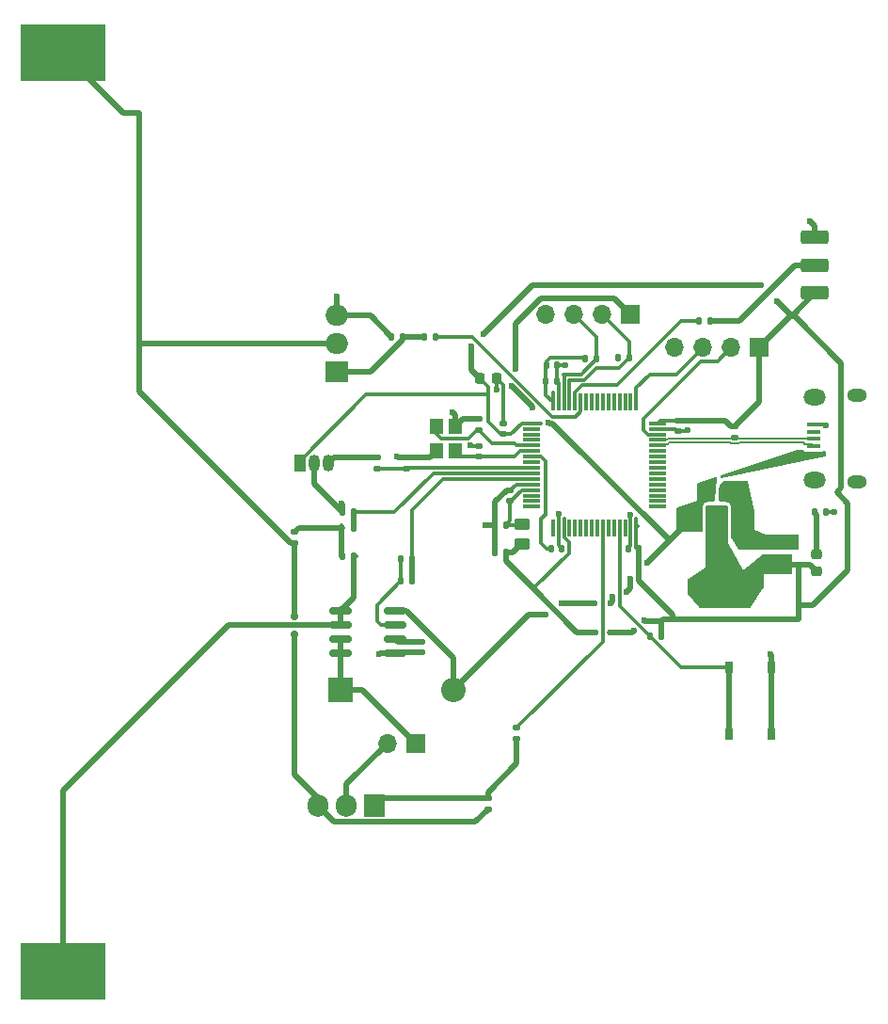
<source format=gbr>
%TF.GenerationSoftware,KiCad,Pcbnew,8.0.8*%
%TF.CreationDate,2025-03-16T20:58:14+11:00*%
%TF.ProjectId,STM32BMS,53544d33-3242-44d5-932e-6b696361645f,rev?*%
%TF.SameCoordinates,Original*%
%TF.FileFunction,Copper,L1,Top*%
%TF.FilePolarity,Positive*%
%FSLAX46Y46*%
G04 Gerber Fmt 4.6, Leading zero omitted, Abs format (unit mm)*
G04 Created by KiCad (PCBNEW 8.0.8) date 2025-03-16 20:58:14*
%MOMM*%
%LPD*%
G01*
G04 APERTURE LIST*
G04 Aperture macros list*
%AMRoundRect*
0 Rectangle with rounded corners*
0 $1 Rounding radius*
0 $2 $3 $4 $5 $6 $7 $8 $9 X,Y pos of 4 corners*
0 Add a 4 corners polygon primitive as box body*
4,1,4,$2,$3,$4,$5,$6,$7,$8,$9,$2,$3,0*
0 Add four circle primitives for the rounded corners*
1,1,$1+$1,$2,$3*
1,1,$1+$1,$4,$5*
1,1,$1+$1,$6,$7*
1,1,$1+$1,$8,$9*
0 Add four rect primitives between the rounded corners*
20,1,$1+$1,$2,$3,$4,$5,0*
20,1,$1+$1,$4,$5,$6,$7,0*
20,1,$1+$1,$6,$7,$8,$9,0*
20,1,$1+$1,$8,$9,$2,$3,0*%
G04 Aperture macros list end*
%TA.AperFunction,ComponentPad*%
%ADD10R,2.200000X2.200000*%
%TD*%
%TA.AperFunction,ComponentPad*%
%ADD11O,2.200000X2.200000*%
%TD*%
%TA.AperFunction,SMDPad,CuDef*%
%ADD12RoundRect,0.135000X-0.135000X-0.185000X0.135000X-0.185000X0.135000X0.185000X-0.135000X0.185000X0*%
%TD*%
%TA.AperFunction,SMDPad,CuDef*%
%ADD13RoundRect,0.140000X0.140000X0.170000X-0.140000X0.170000X-0.140000X-0.170000X0.140000X-0.170000X0*%
%TD*%
%TA.AperFunction,ComponentPad*%
%ADD14R,1.050000X1.500000*%
%TD*%
%TA.AperFunction,ComponentPad*%
%ADD15O,1.050000X1.500000*%
%TD*%
%TA.AperFunction,SMDPad,CuDef*%
%ADD16RoundRect,0.135000X0.185000X-0.135000X0.185000X0.135000X-0.185000X0.135000X-0.185000X-0.135000X0*%
%TD*%
%TA.AperFunction,SMDPad,CuDef*%
%ADD17RoundRect,0.135000X-0.185000X0.135000X-0.185000X-0.135000X0.185000X-0.135000X0.185000X0.135000X0*%
%TD*%
%TA.AperFunction,SMDPad,CuDef*%
%ADD18RoundRect,0.250000X0.475000X-0.250000X0.475000X0.250000X-0.475000X0.250000X-0.475000X-0.250000X0*%
%TD*%
%TA.AperFunction,SMDPad,CuDef*%
%ADD19RoundRect,0.075000X-0.700000X-0.075000X0.700000X-0.075000X0.700000X0.075000X-0.700000X0.075000X0*%
%TD*%
%TA.AperFunction,SMDPad,CuDef*%
%ADD20RoundRect,0.075000X-0.075000X-0.700000X0.075000X-0.700000X0.075000X0.700000X-0.075000X0.700000X0*%
%TD*%
%TA.AperFunction,SMDPad,CuDef*%
%ADD21RoundRect,0.140000X-0.170000X0.140000X-0.170000X-0.140000X0.170000X-0.140000X0.170000X0.140000X0*%
%TD*%
%TA.AperFunction,SMDPad,CuDef*%
%ADD22R,1.300000X0.450000*%
%TD*%
%TA.AperFunction,HeatsinkPad*%
%ADD23O,1.800000X1.150000*%
%TD*%
%TA.AperFunction,HeatsinkPad*%
%ADD24O,2.000000X1.450000*%
%TD*%
%TA.AperFunction,SMDPad,CuDef*%
%ADD25RoundRect,0.250000X-0.250000X-0.475000X0.250000X-0.475000X0.250000X0.475000X-0.250000X0.475000X0*%
%TD*%
%TA.AperFunction,ComponentPad*%
%ADD26R,1.905000X2.000000*%
%TD*%
%TA.AperFunction,ComponentPad*%
%ADD27O,1.905000X2.000000*%
%TD*%
%TA.AperFunction,ComponentPad*%
%ADD28R,2.000000X1.905000*%
%TD*%
%TA.AperFunction,ComponentPad*%
%ADD29O,2.000000X1.905000*%
%TD*%
%TA.AperFunction,SMDPad,CuDef*%
%ADD30RoundRect,0.140000X0.170000X-0.140000X0.170000X0.140000X-0.170000X0.140000X-0.170000X-0.140000X0*%
%TD*%
%TA.AperFunction,SMDPad,CuDef*%
%ADD31RoundRect,0.150000X-0.825000X-0.150000X0.825000X-0.150000X0.825000X0.150000X-0.825000X0.150000X0*%
%TD*%
%TA.AperFunction,SMDPad,CuDef*%
%ADD32RoundRect,0.250000X-0.450000X0.262500X-0.450000X-0.262500X0.450000X-0.262500X0.450000X0.262500X0*%
%TD*%
%TA.AperFunction,SMDPad,CuDef*%
%ADD33RoundRect,0.140000X-0.140000X-0.170000X0.140000X-0.170000X0.140000X0.170000X-0.140000X0.170000X0*%
%TD*%
%TA.AperFunction,SMDPad,CuDef*%
%ADD34RoundRect,0.135000X0.135000X0.185000X-0.135000X0.185000X-0.135000X-0.185000X0.135000X-0.185000X0*%
%TD*%
%TA.AperFunction,SMDPad,CuDef*%
%ADD35RoundRect,0.218750X-0.256250X0.218750X-0.256250X-0.218750X0.256250X-0.218750X0.256250X0.218750X0*%
%TD*%
%TA.AperFunction,SMDPad,CuDef*%
%ADD36R,7.620000X5.080000*%
%TD*%
%TA.AperFunction,SMDPad,CuDef*%
%ADD37RoundRect,0.250000X1.000000X-0.375000X1.000000X0.375000X-1.000000X0.375000X-1.000000X-0.375000X0*%
%TD*%
%TA.AperFunction,ComponentPad*%
%ADD38R,1.700000X1.700000*%
%TD*%
%TA.AperFunction,ComponentPad*%
%ADD39O,1.700000X1.700000*%
%TD*%
%TA.AperFunction,SMDPad,CuDef*%
%ADD40R,1.200000X1.400000*%
%TD*%
%TA.AperFunction,SMDPad,CuDef*%
%ADD41RoundRect,0.225000X-0.225000X-0.250000X0.225000X-0.250000X0.225000X0.250000X-0.225000X0.250000X0*%
%TD*%
%TA.AperFunction,SMDPad,CuDef*%
%ADD42RoundRect,0.375000X-0.375000X0.625000X-0.375000X-0.625000X0.375000X-0.625000X0.375000X0.625000X0*%
%TD*%
%TA.AperFunction,SMDPad,CuDef*%
%ADD43RoundRect,0.500000X-1.400000X0.500000X-1.400000X-0.500000X1.400000X-0.500000X1.400000X0.500000X0*%
%TD*%
%TA.AperFunction,SMDPad,CuDef*%
%ADD44R,0.750000X1.000000*%
%TD*%
%TA.AperFunction,ViaPad*%
%ADD45C,0.600000*%
%TD*%
%TA.AperFunction,ViaPad*%
%ADD46C,0.700000*%
%TD*%
%TA.AperFunction,Conductor*%
%ADD47C,0.500000*%
%TD*%
%TA.AperFunction,Conductor*%
%ADD48C,0.300000*%
%TD*%
%TA.AperFunction,Conductor*%
%ADD49C,0.200000*%
%TD*%
G04 APERTURE END LIST*
D10*
%TO.P,D2,1,K*%
%TO.N,Net-(D2-K)*%
X112920000Y-126200000D03*
D11*
%TO.P,D2,2,A*%
%TO.N,VBUS*%
X123080000Y-126200000D03*
%TD*%
D12*
%TO.P,R10,1*%
%TO.N,Net-(R10-Pad1)*%
X113060000Y-111600000D03*
%TO.P,R10,2*%
%TO.N,/ADC2_IN*%
X114080000Y-111600000D03*
%TD*%
%TO.P,R15,1*%
%TO.N,Net-(U3-VIOUT)*%
X118380000Y-114410000D03*
%TO.P,R15,2*%
%TO.N,/ADC1_IN*%
X119400000Y-114410000D03*
%TD*%
D13*
%TO.P,C9,1*%
%TO.N,+3.3V*%
X127800000Y-113800000D03*
%TO.P,C9,2*%
%TO.N,GND*%
X126840000Y-113800000D03*
%TD*%
D14*
%TO.P,U4,1,VCC*%
%TO.N,+3.3V*%
X109260000Y-105800000D03*
D15*
%TO.P,U4,2,GND*%
%TO.N,GND*%
X110530000Y-105800000D03*
%TO.P,U4,3,OUT*%
%TO.N,Net-(U4-OUT)*%
X111800000Y-105800000D03*
%TD*%
D16*
%TO.P,R9,1*%
%TO.N,Net-(Q1-D)*%
X108800000Y-113020000D03*
%TO.P,R9,2*%
%TO.N,Net-(R10-Pad1)*%
X108800000Y-112000000D03*
%TD*%
D17*
%TO.P,R6,1*%
%TO.N,Net-(Q3-G)*%
X126200000Y-135890000D03*
%TO.P,R6,2*%
%TO.N,Net-(Q1-D)*%
X126200000Y-136910000D03*
%TD*%
D18*
%TO.P,C14,1*%
%TO.N,+3.3V*%
X152300000Y-114907500D03*
%TO.P,C14,2*%
%TO.N,GND*%
X152300000Y-113007500D03*
%TD*%
D19*
%TO.P,U1,1,VBAT*%
%TO.N,+3.3V*%
X130125000Y-102207500D03*
%TO.P,U1,2,PC13*%
%TO.N,unconnected-(U1-PC13-Pad2)*%
X130125000Y-102707500D03*
%TO.P,U1,3,PC14*%
%TO.N,unconnected-(U1-PC14-Pad3)*%
X130125000Y-103207500D03*
%TO.P,U1,4,PC15*%
%TO.N,unconnected-(U1-PC15-Pad4)*%
X130125000Y-103707500D03*
%TO.P,U1,5,PH0*%
%TO.N,/HSE_IN*%
X130125000Y-104207500D03*
%TO.P,U1,6,PH1*%
%TO.N,/HSE_OUT*%
X130125000Y-104707500D03*
%TO.P,U1,7,NRST*%
%TO.N,/NRST*%
X130125000Y-105207500D03*
%TO.P,U1,8,PC0*%
%TO.N,unconnected-(U1-PC0-Pad8)*%
X130125000Y-105707500D03*
%TO.P,U1,9,PC1*%
%TO.N,/ADC3_IN*%
X130125000Y-106207500D03*
%TO.P,U1,10,PC2*%
%TO.N,/ADC2_IN*%
X130125000Y-106707500D03*
%TO.P,U1,11,PC3*%
%TO.N,/ADC1_IN*%
X130125000Y-107207500D03*
%TO.P,U1,12,VSSA*%
%TO.N,GND*%
X130125000Y-107707500D03*
%TO.P,U1,13,VDDA*%
%TO.N,+3.3VA*%
X130125000Y-108207500D03*
%TO.P,U1,14,PA0*%
%TO.N,unconnected-(U1-PA0-Pad14)*%
X130125000Y-108707500D03*
%TO.P,U1,15,PA1*%
%TO.N,unconnected-(U1-PA1-Pad15)*%
X130125000Y-109207500D03*
%TO.P,U1,16,PA2*%
%TO.N,unconnected-(U1-PA2-Pad16)*%
X130125000Y-109707500D03*
D20*
%TO.P,U1,17,PA3*%
%TO.N,unconnected-(U1-PA3-Pad17)*%
X132050000Y-111632500D03*
%TO.P,U1,18,VSS*%
%TO.N,GND*%
X132550000Y-111632500D03*
%TO.P,U1,19,VDD*%
%TO.N,+3.3V*%
X133050000Y-111632500D03*
%TO.P,U1,20,PA4*%
%TO.N,unconnected-(U1-PA4-Pad20)*%
X133550000Y-111632500D03*
%TO.P,U1,21,PA5*%
%TO.N,unconnected-(U1-PA5-Pad21)*%
X134050000Y-111632500D03*
%TO.P,U1,22,PA6*%
%TO.N,unconnected-(U1-PA6-Pad22)*%
X134550000Y-111632500D03*
%TO.P,U1,23,PA7*%
%TO.N,unconnected-(U1-PA7-Pad23)*%
X135050000Y-111632500D03*
%TO.P,U1,24,PC4*%
%TO.N,unconnected-(U1-PC4-Pad24)*%
X135550000Y-111632500D03*
%TO.P,U1,25,PC5*%
%TO.N,unconnected-(U1-PC5-Pad25)*%
X136050000Y-111632500D03*
%TO.P,U1,26,PB0*%
%TO.N,/IO_DISCHARGE*%
X136550000Y-111632500D03*
%TO.P,U1,27,PB1*%
%TO.N,unconnected-(U1-PB1-Pad27)*%
X137050000Y-111632500D03*
%TO.P,U1,28,PB2*%
%TO.N,unconnected-(U1-PB2-Pad28)*%
X137550000Y-111632500D03*
%TO.P,U1,29,PB10*%
%TO.N,Net-(U1-PB10)*%
X138050000Y-111632500D03*
%TO.P,U1,30,VCAP_1*%
%TO.N,unconnected-(U1-VCAP_1-Pad30)*%
X138550000Y-111632500D03*
%TO.P,U1,31,VSS*%
%TO.N,GND*%
X139050000Y-111632500D03*
%TO.P,U1,32,VDD*%
%TO.N,+3.3V*%
X139550000Y-111632500D03*
D19*
%TO.P,U1,33,PB12*%
%TO.N,unconnected-(U1-PB12-Pad33)*%
X141475000Y-109707500D03*
%TO.P,U1,34,PB13*%
%TO.N,unconnected-(U1-PB13-Pad34)*%
X141475000Y-109207500D03*
%TO.P,U1,35,PB14*%
%TO.N,unconnected-(U1-PB14-Pad35)*%
X141475000Y-108707500D03*
%TO.P,U1,36,PB15*%
%TO.N,unconnected-(U1-PB15-Pad36)*%
X141475000Y-108207500D03*
%TO.P,U1,37,PC6*%
%TO.N,unconnected-(U1-PC6-Pad37)*%
X141475000Y-107707500D03*
%TO.P,U1,38,PC7*%
%TO.N,unconnected-(U1-PC7-Pad38)*%
X141475000Y-107207500D03*
%TO.P,U1,39,PC8*%
%TO.N,unconnected-(U1-PC8-Pad39)*%
X141475000Y-106707500D03*
%TO.P,U1,40,PC9*%
%TO.N,unconnected-(U1-PC9-Pad40)*%
X141475000Y-106207500D03*
%TO.P,U1,41,PA8*%
%TO.N,unconnected-(U1-PA8-Pad41)*%
X141475000Y-105707500D03*
%TO.P,U1,42,PA9*%
%TO.N,unconnected-(U1-PA9-Pad42)*%
X141475000Y-105207500D03*
%TO.P,U1,43,PA10*%
%TO.N,unconnected-(U1-PA10-Pad43)*%
X141475000Y-104707500D03*
%TO.P,U1,44,PA11*%
%TO.N,/USB_D-*%
X141475000Y-104207500D03*
%TO.P,U1,45,PA12*%
%TO.N,/USB_D+*%
X141475000Y-103707500D03*
%TO.P,U1,46,PA13*%
%TO.N,/SWDIO*%
X141475000Y-103207500D03*
%TO.P,U1,47,VSS*%
%TO.N,GND*%
X141475000Y-102707500D03*
%TO.P,U1,48,VDD*%
%TO.N,+3.3V*%
X141475000Y-102207500D03*
D20*
%TO.P,U1,49,PA14*%
%TO.N,/SWCLK*%
X139550000Y-100282500D03*
%TO.P,U1,50,PA15*%
%TO.N,unconnected-(U1-PA15-Pad50)*%
X139050000Y-100282500D03*
%TO.P,U1,51,PC10*%
%TO.N,unconnected-(U1-PC10-Pad51)*%
X138550000Y-100282500D03*
%TO.P,U1,52,PC11*%
%TO.N,unconnected-(U1-PC11-Pad52)*%
X138050000Y-100282500D03*
%TO.P,U1,53,PC12*%
%TO.N,unconnected-(U1-PC12-Pad53)*%
X137550000Y-100282500D03*
%TO.P,U1,54,PD2*%
%TO.N,unconnected-(U1-PD2-Pad54)*%
X137050000Y-100282500D03*
%TO.P,U1,55,PB3*%
%TO.N,unconnected-(U1-PB3-Pad55)*%
X136550000Y-100282500D03*
%TO.P,U1,56,PB4*%
%TO.N,unconnected-(U1-PB4-Pad56)*%
X136050000Y-100282500D03*
%TO.P,U1,57,PB5*%
%TO.N,unconnected-(U1-PB5-Pad57)*%
X135550000Y-100282500D03*
%TO.P,U1,58,PB6*%
%TO.N,unconnected-(U1-PB6-Pad58)*%
X135050000Y-100282500D03*
%TO.P,U1,59,PB7*%
%TO.N,/IO_CHARGE*%
X134550000Y-100282500D03*
%TO.P,U1,60,BOOT0*%
%TO.N,/BOOT0*%
X134050000Y-100282500D03*
%TO.P,U1,61,PB8*%
%TO.N,/I2C_SCL*%
X133550000Y-100282500D03*
%TO.P,U1,62,PB9*%
%TO.N,/I2C_SDA*%
X133050000Y-100282500D03*
%TO.P,U1,63,VSS*%
%TO.N,GND*%
X132550000Y-100282500D03*
%TO.P,U1,64,VDD*%
%TO.N,+3.3V*%
X132050000Y-100282500D03*
%TD*%
D12*
%TO.P,R11,1*%
%TO.N,Net-(U1-PB10)*%
X140780000Y-121400000D03*
%TO.P,R11,2*%
%TO.N,+3.3V*%
X141800000Y-121400000D03*
%TD*%
D21*
%TO.P,C17,1*%
%TO.N,GND*%
X118850000Y-105312500D03*
%TO.P,C17,2*%
%TO.N,/ADC3_IN*%
X118850000Y-106272500D03*
%TD*%
D22*
%TO.P,J1,1,VBUS*%
%TO.N,VBUS*%
X155545000Y-104905000D03*
%TO.P,J1,2,D-*%
%TO.N,/USB_D-*%
X155545000Y-104255000D03*
%TO.P,J1,3,D+*%
%TO.N,/USB_D+*%
X155545000Y-103605000D03*
%TO.P,J1,4,ID*%
%TO.N,unconnected-(J1-ID-Pad4)*%
X155545000Y-102955000D03*
%TO.P,J1,5,GND*%
%TO.N,GND*%
X155545000Y-102305000D03*
D23*
%TO.P,J1,6,Shield*%
%TO.N,unconnected-(J1-Shield-Pad6)_1*%
X159395000Y-107480000D03*
D24*
%TO.N,unconnected-(J1-Shield-Pad6)_3*%
X155595000Y-107330000D03*
%TO.N,unconnected-(J1-Shield-Pad6)_2*%
X155595000Y-99880000D03*
D23*
%TO.N,unconnected-(J1-Shield-Pad6)*%
X159395000Y-99730000D03*
%TD*%
D17*
%TO.P,R14,1*%
%TO.N,Net-(U4-OUT)*%
X116250000Y-105282500D03*
%TO.P,R14,2*%
%TO.N,/ADC3_IN*%
X116250000Y-106302500D03*
%TD*%
D25*
%TO.P,C13,1*%
%TO.N,VBUS*%
X145850000Y-108400000D03*
%TO.P,C13,2*%
%TO.N,GND*%
X147750000Y-108400000D03*
%TD*%
D12*
%TO.P,R12,1*%
%TO.N,Net-(Q1-G)*%
X120490000Y-94400000D03*
%TO.P,R12,2*%
%TO.N,/IO_CHARGE*%
X121510000Y-94400000D03*
%TD*%
D26*
%TO.P,Q3,1,G*%
%TO.N,Net-(Q3-G)*%
X116000000Y-136600000D03*
D27*
%TO.P,Q3,2,D*%
%TO.N,Net-(J4-Pin_2)*%
X113460000Y-136600000D03*
%TO.P,Q3,3,S*%
%TO.N,Net-(Q1-D)*%
X110920000Y-136600000D03*
%TD*%
D28*
%TO.P,Q1,1,G*%
%TO.N,Net-(Q1-G)*%
X112600000Y-97600000D03*
D29*
%TO.P,Q1,2,D*%
%TO.N,Net-(Q1-D)*%
X112600000Y-95060000D03*
%TO.P,Q1,3,S*%
%TO.N,GND*%
X112600000Y-92520000D03*
%TD*%
D30*
%TO.P,C7,1*%
%TO.N,+3.3VA*%
X128200000Y-109200000D03*
%TO.P,C7,2*%
%TO.N,GND*%
X128200000Y-108240000D03*
%TD*%
%TO.P,C11,1*%
%TO.N,/HSE_IN*%
X125400000Y-102800000D03*
%TO.P,C11,2*%
%TO.N,GND*%
X125400000Y-101840000D03*
%TD*%
D31*
%TO.P,U3,1,IP+*%
%TO.N,Net-(BT1-Pad2)*%
X112925000Y-119095000D03*
%TO.P,U3,2,IP+*%
X112925000Y-120365000D03*
%TO.P,U3,3,IP-*%
%TO.N,Net-(D2-K)*%
X112925000Y-121635000D03*
%TO.P,U3,4,IP-*%
X112925000Y-122905000D03*
%TO.P,U3,5,GND*%
%TO.N,GND*%
X117875000Y-122905000D03*
%TO.P,U3,6,FILTER*%
%TO.N,Net-(U3-FILTER)*%
X117875000Y-121635000D03*
%TO.P,U3,7,VIOUT*%
%TO.N,Net-(U3-VIOUT)*%
X117875000Y-120365000D03*
%TO.P,U3,8,VCC*%
%TO.N,VBUS*%
X117875000Y-119095000D03*
%TD*%
D30*
%TO.P,C4,1*%
%TO.N,+3.3V*%
X127600000Y-103160000D03*
%TO.P,C4,2*%
%TO.N,GND*%
X127600000Y-102200000D03*
%TD*%
D13*
%TO.P,C15,1*%
%TO.N,/ADC2_IN*%
X114080000Y-110200000D03*
%TO.P,C15,2*%
%TO.N,GND*%
X113120000Y-110200000D03*
%TD*%
D16*
%TO.P,R5,1*%
%TO.N,Net-(Q3-G)*%
X128800000Y-130620000D03*
%TO.P,R5,2*%
%TO.N,/IO_DISCHARGE*%
X128800000Y-129600000D03*
%TD*%
D32*
%TO.P,FB1,1*%
%TO.N,+3.3VA*%
X129300000Y-111257500D03*
%TO.P,FB1,2*%
%TO.N,+3.3V*%
X129300000Y-113082500D03*
%TD*%
D30*
%TO.P,C16,1*%
%TO.N,GND*%
X120200000Y-122800000D03*
%TO.P,C16,2*%
%TO.N,Net-(U3-FILTER)*%
X120200000Y-121840000D03*
%TD*%
D33*
%TO.P,C10,1*%
%TO.N,/NRST*%
X131880000Y-113477500D03*
%TO.P,C10,2*%
%TO.N,GND*%
X132840000Y-113477500D03*
%TD*%
D34*
%TO.P,R7,1*%
%TO.N,Net-(Q1-G)*%
X118510000Y-94400000D03*
%TO.P,R7,2*%
%TO.N,GND*%
X117490000Y-94400000D03*
%TD*%
D35*
%TO.P,D1,1,K*%
%TO.N,Net-(D1-K)*%
X155800000Y-113957500D03*
%TO.P,D1,2,A*%
%TO.N,+3.3V*%
X155800000Y-115532500D03*
%TD*%
D12*
%TO.P,R4,1*%
%TO.N,+3.3V*%
X134980000Y-96400000D03*
%TO.P,R4,2*%
%TO.N,/I2C_SDA*%
X136000000Y-96400000D03*
%TD*%
D36*
%TO.P,BT1,1,1*%
%TO.N,Net-(Q1-D)*%
X88000000Y-68886900D03*
%TO.P,BT1,2,2*%
%TO.N,Net-(BT1-Pad2)*%
X88000000Y-151513100D03*
%TD*%
D37*
%TO.P,SW1,1,A*%
%TO.N,+3.3V*%
X155650000Y-90500000D03*
%TO.P,SW1,2,B*%
%TO.N,Net-(SW1-B)*%
X155650000Y-88000000D03*
%TO.P,SW1,3,C*%
%TO.N,GND*%
X155650000Y-85500000D03*
%TD*%
D38*
%TO.P,J4,1,Pin_1*%
%TO.N,Net-(D2-K)*%
X119675000Y-131000000D03*
D39*
%TO.P,J4,2,Pin_2*%
%TO.N,Net-(J4-Pin_2)*%
X117135000Y-131000000D03*
%TD*%
D38*
%TO.P,J2,1,Pin_1*%
%TO.N,+3.3V*%
X150620000Y-95400000D03*
D39*
%TO.P,J2,2,Pin_2*%
%TO.N,/SWDIO*%
X148080000Y-95400000D03*
%TO.P,J2,3,Pin_3*%
%TO.N,/SWCLK*%
X145540000Y-95400000D03*
%TO.P,J2,4,Pin_4*%
%TO.N,GND*%
X143000000Y-95400000D03*
%TD*%
D12*
%TO.P,R3,1*%
%TO.N,+3.3V*%
X137890000Y-96310000D03*
%TO.P,R3,2*%
%TO.N,/I2C_SCL*%
X138910000Y-96310000D03*
%TD*%
D40*
%TO.P,Y1,1,1*%
%TO.N,/HSE_IN*%
X121550000Y-102507500D03*
%TO.P,Y1,2,2*%
%TO.N,GND*%
X121550000Y-104707500D03*
%TO.P,Y1,3,3*%
%TO.N,/HSE_OUT*%
X123250000Y-104707500D03*
%TO.P,Y1,4,4*%
%TO.N,GND*%
X123250000Y-102507500D03*
%TD*%
D38*
%TO.P,J3,1,Pin_1*%
%TO.N,VBUS*%
X139000000Y-92400000D03*
D39*
%TO.P,J3,2,Pin_2*%
%TO.N,/I2C_SCL*%
X136460000Y-92400000D03*
%TO.P,J3,3,Pin_3*%
%TO.N,/I2C_SDA*%
X133920000Y-92400000D03*
%TO.P,J3,4,Pin_4*%
%TO.N,GND*%
X131380000Y-92400000D03*
%TD*%
D33*
%TO.P,C1,1*%
%TO.N,+3.3V*%
X131420000Y-98457500D03*
%TO.P,C1,2*%
%TO.N,GND*%
X132380000Y-98457500D03*
%TD*%
D13*
%TO.P,C8,1*%
%TO.N,+3.3VA*%
X127800000Y-111382500D03*
%TO.P,C8,2*%
%TO.N,GND*%
X126840000Y-111382500D03*
%TD*%
D12*
%TO.P,R16,1*%
%TO.N,Net-(U3-VIOUT)*%
X118380000Y-116400000D03*
%TO.P,R16,2*%
%TO.N,/ADC1_IN*%
X119400000Y-116400000D03*
%TD*%
D33*
%TO.P,C5,1*%
%TO.N,+3.3V*%
X131440000Y-96957500D03*
%TO.P,C5,2*%
%TO.N,GND*%
X132400000Y-96957500D03*
%TD*%
D17*
%TO.P,R13,1*%
%TO.N,+3.3V*%
X148400000Y-102490000D03*
%TO.P,R13,2*%
%TO.N,/USB_D+*%
X148400000Y-103510000D03*
%TD*%
D34*
%TO.P,R1,1*%
%TO.N,Net-(SW1-B)*%
X146220000Y-93000000D03*
%TO.P,R1,2*%
%TO.N,/BOOT0*%
X145200000Y-93000000D03*
%TD*%
D41*
%TO.P,C6,1*%
%TO.N,+3.3V*%
X125450000Y-98157500D03*
%TO.P,C6,2*%
%TO.N,GND*%
X127000000Y-98157500D03*
%TD*%
D42*
%TO.P,U2,1,GND*%
%TO.N,GND*%
X149100000Y-110807500D03*
%TO.P,U2,2,VO*%
%TO.N,+3.3V*%
X146800000Y-110807500D03*
D43*
X146800000Y-117107500D03*
D42*
%TO.P,U2,3,VI*%
%TO.N,VBUS*%
X144500000Y-110807500D03*
%TD*%
D12*
%TO.P,R2,1*%
%TO.N,Net-(D1-K)*%
X155580000Y-110200000D03*
%TO.P,R2,2*%
%TO.N,GND*%
X156600000Y-110200000D03*
%TD*%
%TO.P,R8,1*%
%TO.N,Net-(R10-Pad1)*%
X113090000Y-114200000D03*
%TO.P,R8,2*%
%TO.N,Net-(BT1-Pad2)*%
X114110000Y-114200000D03*
%TD*%
D44*
%TO.P,SW2,1,1*%
%TO.N,Net-(U1-PB10)*%
X147925000Y-130200000D03*
X147925000Y-124200000D03*
%TO.P,SW2,2,2*%
%TO.N,GND*%
X151675000Y-130200000D03*
X151675000Y-124200000D03*
%TD*%
D21*
%TO.P,C2,1*%
%TO.N,+3.3V*%
X143300000Y-101957500D03*
%TO.P,C2,2*%
%TO.N,GND*%
X143300000Y-102917500D03*
%TD*%
D30*
%TO.P,C12,1*%
%TO.N,/HSE_OUT*%
X125400000Y-105200000D03*
%TO.P,C12,2*%
%TO.N,GND*%
X125400000Y-104240000D03*
%TD*%
D13*
%TO.P,C3,1*%
%TO.N,+3.3V*%
X139800000Y-113457500D03*
%TO.P,C3,2*%
%TO.N,GND*%
X138840000Y-113457500D03*
%TD*%
D45*
%TO.N,GND*%
X116400000Y-123000000D03*
X149000000Y-108000000D03*
X126000000Y-111400000D03*
X127000000Y-99200000D03*
X118000000Y-105200000D03*
X132539339Y-110352229D03*
X157400000Y-110200000D03*
X156600000Y-102400000D03*
X148600000Y-112600000D03*
X155200000Y-84000000D03*
X153800000Y-112800000D03*
X139000000Y-110400000D03*
X144200000Y-102800000D03*
X112600000Y-90800000D03*
X124600000Y-104200000D03*
X133200000Y-97000000D03*
X123000000Y-101200000D03*
X149400000Y-113000000D03*
X151600000Y-123000000D03*
X149000000Y-108800000D03*
X113000000Y-109400000D03*
%TO.N,+3.3V*%
X124735070Y-95264930D03*
X137200000Y-121000000D03*
X152200000Y-91200000D03*
X135900000Y-121000000D03*
X140249620Y-119950380D03*
X150800000Y-89800000D03*
X139330380Y-120869620D03*
X125800000Y-94200000D03*
%TO.N,VBUS*%
X131650994Y-102154974D03*
X128654310Y-97345690D03*
X140550000Y-114800000D03*
X131400000Y-119400000D03*
X138700000Y-117400000D03*
X137400000Y-117800000D03*
X137200000Y-118400000D03*
X128335070Y-98864930D03*
X132800000Y-118400000D03*
X135800000Y-118400000D03*
X139050000Y-116162829D03*
X130200000Y-100800000D03*
D46*
%TO.N,Net-(Q1-D)*%
X108800000Y-121165000D03*
X108800000Y-119565000D03*
%TD*%
D47*
%TO.N,GND*%
X155650000Y-84450000D02*
X155200000Y-84000000D01*
X123250000Y-101450000D02*
X123000000Y-101200000D01*
X123917500Y-101840000D02*
X125400000Y-101840000D01*
X118850000Y-105312500D02*
X118112500Y-105312500D01*
D48*
X132550000Y-113187500D02*
X132840000Y-113477500D01*
X139050000Y-111632500D02*
X139050000Y-110450000D01*
X132550000Y-111632500D02*
X132550000Y-110362890D01*
D47*
X115610000Y-92520000D02*
X117490000Y-94400000D01*
X110530000Y-107610000D02*
X113120000Y-110200000D01*
X112600000Y-92520000D02*
X115610000Y-92520000D01*
X110530000Y-105800000D02*
X110530000Y-107610000D01*
X151675000Y-124200000D02*
X151675000Y-123075000D01*
X120200000Y-122800000D02*
X117980000Y-122800000D01*
D48*
X130125000Y-107707500D02*
X128732500Y-107707500D01*
X133157500Y-96957500D02*
X133200000Y-97000000D01*
X124640000Y-104240000D02*
X124600000Y-104200000D01*
D47*
X151675000Y-130200000D02*
X151675000Y-124200000D01*
X118112500Y-105312500D02*
X118000000Y-105200000D01*
D48*
X127000000Y-98157500D02*
X127000000Y-99200000D01*
X139050000Y-110450000D02*
X139000000Y-110400000D01*
X156600000Y-110200000D02*
X157400000Y-110200000D01*
X132550000Y-110362890D02*
X132539339Y-110352229D01*
X155545000Y-102305000D02*
X156505000Y-102305000D01*
D47*
X127890001Y-108240000D02*
X128200000Y-108240000D01*
X155650000Y-85500000D02*
X155650000Y-84450000D01*
X117980000Y-122800000D02*
X117875000Y-122905000D01*
D48*
X143300000Y-102917500D02*
X144082500Y-102917500D01*
D47*
X126840000Y-111382500D02*
X126840000Y-109290001D01*
X126840000Y-109290001D02*
X127890001Y-108240000D01*
D48*
X132380000Y-96977500D02*
X132400000Y-96957500D01*
X127600000Y-98757500D02*
X127000000Y-98157500D01*
X132380000Y-98457500D02*
X132380000Y-96977500D01*
D47*
X123250000Y-102507500D02*
X123917500Y-101840000D01*
X113120000Y-110200000D02*
X113120000Y-109520000D01*
D48*
X132400000Y-96957500D02*
X133157500Y-96957500D01*
X132550000Y-111632500D02*
X132550000Y-113187500D01*
X132400000Y-98437500D02*
X132380000Y-98457500D01*
X141475000Y-102707500D02*
X143090000Y-102707500D01*
D47*
X126840000Y-113800000D02*
X126840000Y-111382500D01*
D48*
X128732500Y-107707500D02*
X128200000Y-108240000D01*
D47*
X112600000Y-92520000D02*
X112600000Y-90800000D01*
D48*
X127572500Y-102227500D02*
X127600000Y-102200000D01*
X144082500Y-102917500D02*
X144200000Y-102800000D01*
D47*
X126840000Y-111382500D02*
X126017500Y-111382500D01*
D48*
X125427500Y-104212500D02*
X125400000Y-104240000D01*
D47*
X126017500Y-111382500D02*
X126000000Y-111400000D01*
D48*
X132550000Y-100282500D02*
X132550000Y-98627500D01*
X127600000Y-102200000D02*
X127600000Y-98757500D01*
X132550000Y-98627500D02*
X132380000Y-98457500D01*
X139050000Y-111632500D02*
X139050000Y-113247500D01*
X156505000Y-102305000D02*
X156600000Y-102400000D01*
D47*
X120945000Y-105312500D02*
X121550000Y-104707500D01*
D48*
X139050000Y-113247500D02*
X138840000Y-113457500D01*
D47*
X117875000Y-122905000D02*
X116495000Y-122905000D01*
X116495000Y-122905000D02*
X116400000Y-123000000D01*
X118850000Y-105312500D02*
X120945000Y-105312500D01*
X113120000Y-109520000D02*
X113000000Y-109400000D01*
X151675000Y-123075000D02*
X151600000Y-123000000D01*
D48*
X125400000Y-104240000D02*
X124640000Y-104240000D01*
X143090000Y-102707500D02*
X143300000Y-102917500D01*
D47*
X123250000Y-102507500D02*
X123250000Y-101450000D01*
%TO.N,+3.3V*%
X154200000Y-118600000D02*
X154200000Y-119800000D01*
X150620000Y-100270000D02*
X148400000Y-102490000D01*
X153420000Y-92600000D02*
X150620000Y-95400000D01*
X139330380Y-120869620D02*
X139200000Y-121000000D01*
D48*
X139550000Y-113207500D02*
X139800000Y-113457500D01*
X143300000Y-101957500D02*
X141725000Y-101957500D01*
D47*
X141800000Y-120000000D02*
X141800000Y-121400000D01*
D48*
X139550000Y-110754380D02*
X139550000Y-111632500D01*
D47*
X152300000Y-114907500D02*
X154200000Y-114907500D01*
X147557500Y-101957500D02*
X143300000Y-101957500D01*
X154200000Y-118600000D02*
X155400000Y-118600000D01*
D48*
X127600000Y-103160000D02*
X127290001Y-103160000D01*
X127290001Y-103160000D02*
X126200000Y-102069999D01*
X129246880Y-102207500D02*
X128294380Y-103160000D01*
D47*
X155175000Y-114907500D02*
X155800000Y-115532500D01*
D48*
X133470000Y-112930620D02*
X133470000Y-113930000D01*
D47*
X150800000Y-89800000D02*
X130200000Y-89800000D01*
D48*
X133470000Y-113930000D02*
X130500000Y-116900000D01*
X131440000Y-96957500D02*
X131440000Y-96647501D01*
X126200000Y-102069999D02*
X126200000Y-99600000D01*
D47*
X128457500Y-113800000D02*
X129300000Y-112957500D01*
D48*
X131440000Y-96647501D02*
X131790001Y-96297500D01*
D47*
X154200000Y-119800000D02*
X142800000Y-119800000D01*
D48*
X131440000Y-98437500D02*
X131420000Y-98457500D01*
D47*
X153600000Y-92600000D02*
X153600000Y-92550000D01*
X139800000Y-116400000D02*
X139800000Y-113457500D01*
X139200000Y-121000000D02*
X137150000Y-121000000D01*
D48*
X115235000Y-99600000D02*
X109260000Y-105575000D01*
D47*
X141800000Y-120000000D02*
X140299240Y-120000000D01*
X154200000Y-114907500D02*
X155175000Y-114907500D01*
D48*
X130125000Y-102207500D02*
X129246880Y-102207500D01*
X133050000Y-112510620D02*
X133470000Y-112930620D01*
X127600000Y-103160000D02*
X128294380Y-103160000D01*
D47*
X158000000Y-108000000D02*
X158000000Y-96800000D01*
D48*
X130500000Y-116900000D02*
X130100000Y-116900000D01*
D47*
X153800000Y-92600000D02*
X153600000Y-92600000D01*
D48*
X132050000Y-100282500D02*
X131420000Y-99652500D01*
D47*
X148400000Y-102490000D02*
X148090000Y-102490000D01*
X155400000Y-118600000D02*
X158600000Y-115400000D01*
D48*
X132050000Y-100282500D02*
X132050000Y-99450000D01*
X139550000Y-113407500D02*
X139600000Y-113457500D01*
D47*
X158600000Y-109400000D02*
X157600000Y-108400000D01*
X157600000Y-108400000D02*
X158000000Y-108000000D01*
X150620000Y-95400000D02*
X150620000Y-100270000D01*
D48*
X133050000Y-111632500D02*
X133050000Y-112510620D01*
D47*
X142800000Y-119800000D02*
X142000000Y-119800000D01*
X148090000Y-102490000D02*
X147557500Y-101957500D01*
D48*
X126200000Y-99600000D02*
X115235000Y-99600000D01*
X131420000Y-98457500D02*
X131420000Y-96977500D01*
D47*
X154200000Y-114907500D02*
X154200000Y-118600000D01*
X140299240Y-120000000D02*
X140249620Y-119950380D01*
D48*
X134877500Y-96297500D02*
X134980000Y-96400000D01*
X126200000Y-99600000D02*
X126200000Y-98907500D01*
D47*
X130100000Y-116900000D02*
X127800000Y-114600000D01*
X127800000Y-113800000D02*
X128457500Y-113800000D01*
D48*
X131420000Y-99652500D02*
X131420000Y-98457500D01*
X139550000Y-111632500D02*
X139550000Y-113207500D01*
X139550000Y-111632500D02*
X139699999Y-111482501D01*
D47*
X142800000Y-119400000D02*
X139800000Y-116400000D01*
X124735070Y-95264930D02*
X124735070Y-97442570D01*
D48*
X131790001Y-96297500D02*
X134877500Y-96297500D01*
D47*
X127800000Y-114600000D02*
X127800000Y-113800000D01*
X153600000Y-92550000D02*
X155650000Y-90500000D01*
X135900000Y-121000000D02*
X134200000Y-121000000D01*
X158600000Y-115400000D02*
X158600000Y-109400000D01*
X124735070Y-97442570D02*
X125450000Y-98157500D01*
X153600000Y-92600000D02*
X152200000Y-91200000D01*
D48*
X126200000Y-98907500D02*
X125450000Y-98157500D01*
X141725000Y-101957500D02*
X141475000Y-102207500D01*
D47*
X142800000Y-119800000D02*
X142800000Y-119400000D01*
D48*
X109260000Y-105575000D02*
X109260000Y-105800000D01*
D47*
X134200000Y-121000000D02*
X130100000Y-116900000D01*
X153600000Y-92600000D02*
X153420000Y-92600000D01*
X158000000Y-96800000D02*
X153800000Y-92600000D01*
D48*
X131420000Y-96977500D02*
X131440000Y-96957500D01*
X130125000Y-102207500D02*
X131003120Y-102207500D01*
D47*
X137150000Y-121000000D02*
X137200000Y-121000000D01*
X130200000Y-89800000D02*
X125800000Y-94200000D01*
X142000000Y-119800000D02*
X141800000Y-120000000D01*
D48*
X133050000Y-110754380D02*
X133050000Y-111632500D01*
%TO.N,+3.3VA*%
X128246846Y-109200000D02*
X129239346Y-108207500D01*
X128200000Y-109200000D02*
X128246846Y-109200000D01*
X129239346Y-108207500D02*
X130125000Y-108207500D01*
X128200000Y-110982500D02*
X127800000Y-111382500D01*
X127800000Y-111382500D02*
X129300000Y-111382500D01*
X128200000Y-109200000D02*
X128200000Y-110982500D01*
%TO.N,/NRST*%
X131000000Y-110800000D02*
X131000000Y-113000000D01*
X131400000Y-110400000D02*
X131000000Y-110800000D01*
X130125000Y-105207500D02*
X131003120Y-105207500D01*
X131400000Y-105604380D02*
X131400000Y-110400000D01*
X131003120Y-105207500D02*
X131400000Y-105604380D01*
X131477500Y-113477500D02*
X131880000Y-113477500D01*
X131000000Y-113000000D02*
X131477500Y-113477500D01*
%TO.N,/HSE_IN*%
X126600000Y-104000000D02*
X125400000Y-102800000D01*
X125200000Y-102800000D02*
X124442500Y-103557500D01*
X128600000Y-104000000D02*
X126600000Y-104000000D01*
X121550000Y-103150000D02*
X121550000Y-102507500D01*
X121957500Y-103557500D02*
X121550000Y-103150000D01*
X130125000Y-104207500D02*
X128807500Y-104207500D01*
X128807500Y-104207500D02*
X128600000Y-104000000D01*
X124442500Y-103557500D02*
X121957500Y-103557500D01*
X125400000Y-102800000D02*
X125200000Y-102800000D01*
%TO.N,/HSE_OUT*%
X123742500Y-105200000D02*
X123250000Y-104707500D01*
X130125000Y-104707500D02*
X129092500Y-104707500D01*
X129092500Y-104707500D02*
X128600000Y-105200000D01*
X125400000Y-105200000D02*
X123742500Y-105200000D01*
X128600000Y-105200000D02*
X125400000Y-105200000D01*
D47*
%TO.N,VBUS*%
X137400000Y-117800000D02*
X137400000Y-118200000D01*
X139050000Y-116162829D02*
X139050000Y-117050000D01*
X129880000Y-119400000D02*
X123080000Y-126200000D01*
X131696020Y-102200000D02*
X131650994Y-102154974D01*
X131400000Y-119400000D02*
X129880000Y-119400000D01*
X135800000Y-118400000D02*
X132800000Y-118400000D01*
X118849999Y-119095000D02*
X117875000Y-119095000D01*
X128654310Y-97345690D02*
X128654310Y-93287212D01*
X142553750Y-112753750D02*
X140550000Y-114757500D01*
X139050000Y-117050000D02*
X138700000Y-117400000D01*
X142553750Y-112753750D02*
X132000000Y-102200000D01*
X123080000Y-123325001D02*
X118849999Y-119095000D01*
X137400000Y-118200000D02*
X137200000Y-118400000D01*
X130200000Y-100800000D02*
X130200000Y-100729860D01*
X123080000Y-126200000D02*
X123080000Y-123325001D01*
X130200000Y-100729860D02*
X128335070Y-98864930D01*
X132000000Y-102200000D02*
X131696020Y-102200000D01*
X140550000Y-114757500D02*
X140550000Y-114800000D01*
X144500000Y-110807500D02*
X142553750Y-112753750D01*
X130941522Y-91000000D02*
X137600000Y-91000000D01*
X137600000Y-91000000D02*
X139000000Y-92400000D01*
X128654310Y-93287212D02*
X130941522Y-91000000D01*
%TO.N,Net-(R10-Pad1)*%
X113060000Y-114170000D02*
X113090000Y-114200000D01*
X113060000Y-111600000D02*
X109200000Y-111600000D01*
X113060000Y-111600000D02*
X113060000Y-114170000D01*
X113090000Y-111630000D02*
X113060000Y-111600000D01*
X113060000Y-111468944D02*
X113060000Y-111600000D01*
X109200000Y-111600000D02*
X108800000Y-112000000D01*
%TO.N,Net-(U3-FILTER)*%
X120200000Y-121840000D02*
X118080000Y-121840000D01*
X118080000Y-121840000D02*
X117875000Y-121635000D01*
%TO.N,Net-(D1-K)*%
X155800000Y-110420000D02*
X155580000Y-110200000D01*
X155800000Y-113957500D02*
X155800000Y-110420000D01*
%TO.N,Net-(D2-K)*%
X112920000Y-126200000D02*
X112920000Y-122910000D01*
X112925000Y-122905000D02*
X112925000Y-121635000D01*
X114875000Y-126200000D02*
X112920000Y-126200000D01*
X119675000Y-131000000D02*
X114875000Y-126200000D01*
X112920000Y-122910000D02*
X112925000Y-122905000D01*
%TO.N,Net-(U4-OUT)*%
X112317500Y-105282500D02*
X116250000Y-105282500D01*
X111800000Y-105800000D02*
X112317500Y-105282500D01*
D49*
%TO.N,/USB_D-*%
X141585000Y-104097500D02*
X142373214Y-104097500D01*
X147980928Y-103945000D02*
X148055928Y-104020000D01*
X142373214Y-104097500D02*
X142525714Y-103945000D01*
X141475000Y-104207500D02*
X141525000Y-104157500D01*
X154655000Y-104070000D02*
X155360000Y-104070000D01*
X148744072Y-104020000D02*
X148819072Y-103945000D01*
X141475000Y-104207500D02*
X141585000Y-104097500D01*
X142525714Y-103945000D02*
X147980928Y-103945000D01*
X148819072Y-103945000D02*
X154655000Y-103945000D01*
X154655000Y-103945000D02*
X154655000Y-104070000D01*
X155360000Y-104070000D02*
X155545000Y-104255000D01*
X148055928Y-104020000D02*
X148744072Y-104020000D01*
%TO.N,/USB_D+*%
X142384910Y-103605000D02*
X155545000Y-103605000D01*
X141475000Y-103707500D02*
X141494167Y-103707500D01*
X141494167Y-103707500D02*
X141544167Y-103657500D01*
X141544167Y-103657500D02*
X142332410Y-103657500D01*
X142332410Y-103657500D02*
X142384910Y-103605000D01*
D48*
%TO.N,/SWCLK*%
X140800000Y-97800000D02*
X139550000Y-99050000D01*
X145540000Y-95460000D02*
X143200000Y-97800000D01*
X145540000Y-95400000D02*
X145540000Y-95460000D01*
X143200000Y-97800000D02*
X140800000Y-97800000D01*
X139550000Y-99050000D02*
X139550000Y-100282500D01*
%TO.N,/SWDIO*%
X140200000Y-101800000D02*
X145400000Y-96600000D01*
X146880000Y-96600000D02*
X148080000Y-95400000D01*
X145400000Y-96600000D02*
X146880000Y-96600000D01*
X140596880Y-103207500D02*
X140200000Y-102810620D01*
X140200000Y-102810620D02*
X140200000Y-101800000D01*
X141475000Y-103207500D02*
X140596880Y-103207500D01*
D47*
%TO.N,Net-(J4-Pin_2)*%
X113460000Y-136600000D02*
X113460000Y-134675000D01*
X113460000Y-134675000D02*
X117135000Y-131000000D01*
%TO.N,Net-(Q1-G)*%
X115629999Y-97600000D02*
X118510000Y-94719999D01*
X112600000Y-97600000D02*
X115629999Y-97600000D01*
X118510000Y-94719999D02*
X118510000Y-94400000D01*
X118510000Y-94400000D02*
X120490000Y-94400000D01*
%TO.N,Net-(Q3-G)*%
X116710000Y-135890000D02*
X126200000Y-135890000D01*
X126200000Y-135890000D02*
X126200000Y-135400000D01*
X116000000Y-136600000D02*
X116710000Y-135890000D01*
X126200000Y-135400000D02*
X128800000Y-132800000D01*
X128800000Y-132800000D02*
X128800000Y-130620000D01*
%TO.N,Net-(SW1-B)*%
X153850000Y-88000000D02*
X155650000Y-88000000D01*
X146220000Y-93000000D02*
X148850000Y-93000000D01*
X148850000Y-93000000D02*
X153850000Y-88000000D01*
D48*
%TO.N,/BOOT0*%
X134050000Y-99404380D02*
X134654380Y-98800000D01*
X143600000Y-93000000D02*
X145200000Y-93000000D01*
X134050000Y-100282500D02*
X134050000Y-99404380D01*
X137800000Y-98800000D02*
X143600000Y-93000000D01*
X134654380Y-98800000D02*
X137800000Y-98800000D01*
%TO.N,/I2C_SCL*%
X138910000Y-94850000D02*
X136460000Y-92400000D01*
X138910000Y-96310000D02*
X138910000Y-94850000D01*
X133600000Y-98300000D02*
X134900000Y-98300000D01*
X136000000Y-97200000D02*
X138020000Y-97200000D01*
X134900000Y-98300000D02*
X136000000Y-97200000D01*
X138020000Y-97200000D02*
X138910000Y-96310000D01*
X133550000Y-98350000D02*
X133600000Y-98300000D01*
X133550000Y-100282500D02*
X133550000Y-98350000D01*
%TO.N,/I2C_SDA*%
X134600000Y-97800000D02*
X136000000Y-96400000D01*
X133050000Y-97850000D02*
X133000000Y-97800000D01*
X133000000Y-97800000D02*
X134600000Y-97800000D01*
X133050000Y-100282500D02*
X133050000Y-97850000D01*
X136000000Y-94480000D02*
X133920000Y-92400000D01*
X136000000Y-96400000D02*
X136000000Y-94480000D01*
%TO.N,/ADC1_IN*%
X130125000Y-107207500D02*
X122192500Y-107207500D01*
X119400000Y-110000000D02*
X119400000Y-114410000D01*
X122192500Y-107207500D02*
X119400000Y-110000000D01*
D47*
X119400000Y-116400000D02*
X119400000Y-114410000D01*
D48*
%TO.N,Net-(U1-PB10)*%
X140780000Y-121400000D02*
X143580000Y-124200000D01*
X138050000Y-118670000D02*
X140780000Y-121400000D01*
X143580000Y-124200000D02*
X147925000Y-124200000D01*
D47*
X147925000Y-130200000D02*
X147925000Y-124200000D01*
D48*
X138050000Y-111632500D02*
X138050000Y-118670000D01*
%TO.N,/ADC3_IN*%
X116280000Y-106272500D02*
X116250000Y-106302500D01*
X118922500Y-106200000D02*
X118850000Y-106272500D01*
X130125000Y-106207500D02*
X118915000Y-106207500D01*
X118850000Y-106272500D02*
X116280000Y-106272500D01*
X118915000Y-106207500D02*
X118850000Y-106272500D01*
%TO.N,/ADC2_IN*%
X121292500Y-106707500D02*
X117800000Y-110200000D01*
D47*
X114080000Y-111600000D02*
X114080000Y-110200000D01*
D48*
X117800000Y-110200000D02*
X114080000Y-110200000D01*
X130125000Y-106707500D02*
X121292500Y-106707500D01*
%TO.N,/IO_DISCHARGE*%
X128800000Y-129600000D02*
X136550000Y-121850000D01*
X136550000Y-121850000D02*
X136550000Y-111632500D01*
%TO.N,/IO_CHARGE*%
X134110620Y-101600000D02*
X134550000Y-101160620D01*
X121510000Y-94400000D02*
X124789380Y-94400000D01*
X131989380Y-101600000D02*
X134110620Y-101600000D01*
X124789380Y-94400000D02*
X131989380Y-101600000D01*
X134550000Y-101160620D02*
X134550000Y-100282500D01*
D47*
%TO.N,Net-(BT1-Pad2)*%
X112925000Y-119095000D02*
X112925000Y-118875000D01*
X112925000Y-120365000D02*
X112925000Y-119095000D01*
X114110000Y-114200000D02*
X114110000Y-117910000D01*
X88000000Y-135220000D02*
X88000000Y-151513100D01*
X102855000Y-120365000D02*
X88000000Y-135220000D01*
X114290000Y-114200000D02*
X114110000Y-114200000D01*
X114110000Y-117910000D02*
X112925000Y-119095000D01*
X112925000Y-120365000D02*
X102855000Y-120365000D01*
%TO.N,Net-(Q1-D)*%
X125060000Y-138050000D02*
X126200000Y-136910000D01*
X108800000Y-133800000D02*
X110920000Y-135920000D01*
X94800000Y-95000000D02*
X94800000Y-74270000D01*
X112600000Y-95060000D02*
X94860000Y-95060000D01*
X108800000Y-113020000D02*
X108800000Y-119565000D01*
X94860000Y-95060000D02*
X94800000Y-95000000D01*
X108480001Y-113020000D02*
X94800000Y-99339999D01*
X94800000Y-99339999D02*
X94800000Y-95000000D01*
X93383100Y-74270000D02*
X88000000Y-68886900D01*
X94800000Y-74270000D02*
X93383100Y-74270000D01*
X108800000Y-113020000D02*
X108480001Y-113020000D01*
X110920000Y-135920000D02*
X110920000Y-136600000D01*
X108800000Y-121165000D02*
X108800000Y-133800000D01*
X110920000Y-136600000D02*
X112370000Y-138050000D01*
X112370000Y-138050000D02*
X125060000Y-138050000D01*
D48*
%TO.N,Net-(U3-VIOUT)*%
X118380000Y-116400000D02*
X118380000Y-114410000D01*
X116200000Y-120000000D02*
X116200000Y-118580000D01*
X116200000Y-120000000D02*
X116565000Y-120365000D01*
X116565000Y-120365000D02*
X117875000Y-120365000D01*
X116200000Y-118580000D02*
X118380000Y-116400000D01*
%TD*%
%TA.AperFunction,Conductor*%
%TO.N,+3.3V*%
G36*
X147743039Y-109619685D02*
G01*
X147788794Y-109672489D01*
X147800000Y-109724000D01*
X147800000Y-113000000D01*
X149200000Y-115400000D01*
X150966417Y-114026119D01*
X151031420Y-114000500D01*
X151042546Y-114000000D01*
X153476000Y-114000000D01*
X153543039Y-114019685D01*
X153588794Y-114072489D01*
X153600000Y-114124000D01*
X153600000Y-115676000D01*
X153580315Y-115743039D01*
X153527511Y-115788794D01*
X153476000Y-115800000D01*
X151000000Y-115800000D01*
X151000000Y-116962456D01*
X150980315Y-117029495D01*
X150979174Y-117031239D01*
X149836811Y-118744783D01*
X149783246Y-118789644D01*
X149733637Y-118800000D01*
X145258078Y-118800000D01*
X145191039Y-118780315D01*
X145162819Y-118755383D01*
X144228741Y-117634489D01*
X144200945Y-117570386D01*
X144200000Y-117555106D01*
X144200000Y-116268726D01*
X144219685Y-116201687D01*
X144258277Y-116163576D01*
X145800000Y-115200000D01*
X145800000Y-109724000D01*
X145819685Y-109656961D01*
X145872489Y-109611206D01*
X145924000Y-109600000D01*
X147676000Y-109600000D01*
X147743039Y-109619685D01*
G37*
%TD.AperFunction*%
%TD*%
%TA.AperFunction,Conductor*%
%TO.N,VBUS*%
G36*
X146768969Y-107086753D02*
G01*
X146800272Y-107149218D01*
X146801637Y-107183628D01*
X146607485Y-109125146D01*
X146581227Y-109189895D01*
X146530152Y-109227939D01*
X146385922Y-109285631D01*
X146339870Y-109294500D01*
X145924000Y-109294500D01*
X145923991Y-109294500D01*
X145923990Y-109294501D01*
X145859064Y-109301481D01*
X145859052Y-109301483D01*
X145807546Y-109312688D01*
X145769345Y-109323644D01*
X145769341Y-109323646D01*
X145672431Y-109380323D01*
X145672428Y-109380325D01*
X145619623Y-109426081D01*
X145619612Y-109426091D01*
X145577451Y-109470807D01*
X145577445Y-109470816D01*
X145526560Y-109570890D01*
X145506877Y-109637921D01*
X145494500Y-109724002D01*
X145494500Y-111876000D01*
X145474815Y-111943039D01*
X145422011Y-111988794D01*
X145370500Y-112000000D01*
X143324000Y-112000000D01*
X143256961Y-111980315D01*
X143211206Y-111927511D01*
X143200000Y-111876000D01*
X143200000Y-109889374D01*
X143219685Y-109822335D01*
X143272489Y-109776580D01*
X143284782Y-109771739D01*
X145000000Y-109200000D01*
X145000000Y-107689374D01*
X145019685Y-107622335D01*
X145072489Y-107576580D01*
X145084782Y-107571739D01*
X146639041Y-107053652D01*
X146708864Y-107051128D01*
X146768969Y-107086753D01*
G37*
%TD.AperFunction*%
%TA.AperFunction,Conductor*%
G36*
X154608327Y-104619685D02*
G01*
X154634353Y-104644955D01*
X154634669Y-104644640D01*
X154642794Y-104652765D01*
X154722235Y-104732206D01*
X154825009Y-104777585D01*
X154850135Y-104780500D01*
X156239864Y-104780499D01*
X156239879Y-104780497D01*
X156239882Y-104780497D01*
X156264987Y-104777586D01*
X156264988Y-104777585D01*
X156264991Y-104777585D01*
X156367765Y-104732206D01*
X156388319Y-104711652D01*
X156449642Y-104678167D01*
X156519334Y-104683151D01*
X156575267Y-104725023D01*
X156599684Y-104790487D01*
X156600000Y-104799333D01*
X156600000Y-105098749D01*
X156580315Y-105165788D01*
X156527511Y-105211543D01*
X156500795Y-105220245D01*
X147267834Y-107104523D01*
X147198212Y-107098641D01*
X147142823Y-107056053D01*
X147119251Y-106990279D01*
X147134981Y-106922203D01*
X147185019Y-106873438D01*
X147203816Y-106865394D01*
X153980911Y-104606363D01*
X154020123Y-104600000D01*
X154541288Y-104600000D01*
X154608327Y-104619685D01*
G37*
%TD.AperFunction*%
%TD*%
%TA.AperFunction,Conductor*%
%TO.N,GND*%
G36*
X149568395Y-107419685D02*
G01*
X149614150Y-107472489D01*
X149622180Y-107496115D01*
X150136306Y-109723990D01*
X150196825Y-109986241D01*
X150200000Y-110014124D01*
X150200000Y-111800000D01*
X151200000Y-112200000D01*
X154076000Y-112200000D01*
X154143039Y-112219685D01*
X154188794Y-112272489D01*
X154200000Y-112324000D01*
X154200000Y-113476000D01*
X154180315Y-113543039D01*
X154127511Y-113588794D01*
X154076000Y-113600000D01*
X148866363Y-113600000D01*
X148799324Y-113580315D01*
X148763189Y-113544783D01*
X148126326Y-112589489D01*
X148105518Y-112522790D01*
X148105500Y-112520706D01*
X148105500Y-109724010D01*
X148105500Y-109724000D01*
X148098518Y-109659059D01*
X148087312Y-109607548D01*
X148076354Y-109569342D01*
X148019675Y-109472429D01*
X147973920Y-109419625D01*
X147973918Y-109419623D01*
X147973908Y-109419612D01*
X147929192Y-109377451D01*
X147929189Y-109377449D01*
X147929187Y-109377447D01*
X147829111Y-109326561D01*
X147829110Y-109326560D01*
X147829109Y-109326560D01*
X147762078Y-109306877D01*
X147762072Y-109306876D01*
X147676000Y-109294500D01*
X147675997Y-109294500D01*
X147260130Y-109294500D01*
X147214078Y-109285631D01*
X147077948Y-109231179D01*
X147023014Y-109188005D01*
X147000142Y-109121984D01*
X147000000Y-109116048D01*
X147000000Y-108276417D01*
X147000615Y-108264079D01*
X147047843Y-107791790D01*
X147074100Y-107727047D01*
X147083521Y-107716478D01*
X147363683Y-107436316D01*
X147425004Y-107402834D01*
X147451362Y-107400000D01*
X149501356Y-107400000D01*
X149568395Y-107419685D01*
G37*
%TD.AperFunction*%
%TD*%
M02*

</source>
